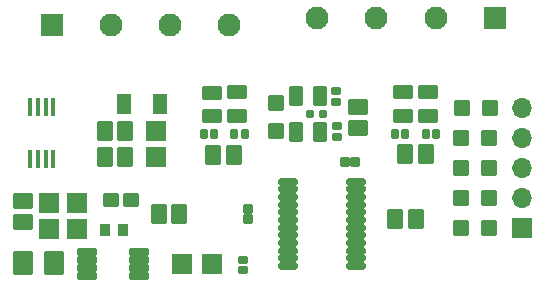
<source format=gbr>
%TF.GenerationSoftware,KiCad,Pcbnew,8.0.3*%
%TF.CreationDate,2024-08-07T15:39:49+03:00*%
%TF.ProjectId,Thermometer Schematic,54686572-6d6f-46d6-9574-657220536368,rev?*%
%TF.SameCoordinates,Original*%
%TF.FileFunction,Soldermask,Top*%
%TF.FilePolarity,Negative*%
%FSLAX46Y46*%
G04 Gerber Fmt 4.6, Leading zero omitted, Abs format (unit mm)*
G04 Created by KiCad (PCBNEW 8.0.3) date 2024-08-07 15:39:49*
%MOMM*%
%LPD*%
G01*
G04 APERTURE LIST*
G04 Aperture macros list*
%AMRoundRect*
0 Rectangle with rounded corners*
0 $1 Rounding radius*
0 $2 $3 $4 $5 $6 $7 $8 $9 X,Y pos of 4 corners*
0 Add a 4 corners polygon primitive as box body*
4,1,4,$2,$3,$4,$5,$6,$7,$8,$9,$2,$3,0*
0 Add four circle primitives for the rounded corners*
1,1,$1+$1,$2,$3*
1,1,$1+$1,$4,$5*
1,1,$1+$1,$6,$7*
1,1,$1+$1,$8,$9*
0 Add four rect primitives between the rounded corners*
20,1,$1+$1,$2,$3,$4,$5,0*
20,1,$1+$1,$4,$5,$6,$7,0*
20,1,$1+$1,$6,$7,$8,$9,0*
20,1,$1+$1,$8,$9,$2,$3,0*%
G04 Aperture macros list end*
%ADD10RoundRect,0.102000X0.280000X0.300000X-0.280000X0.300000X-0.280000X-0.300000X0.280000X-0.300000X0*%
%ADD11RoundRect,0.102000X0.762000X-0.762000X0.762000X0.762000X-0.762000X0.762000X-0.762000X-0.762000X0*%
%ADD12RoundRect,0.102000X0.762000X0.748500X-0.762000X0.748500X-0.762000X-0.748500X0.762000X-0.748500X0*%
%ADD13RoundRect,0.153500X-0.693500X-0.153500X0.693500X-0.153500X0.693500X0.153500X-0.693500X0.153500X0*%
%ADD14RoundRect,0.153500X0.693500X0.153500X-0.693500X0.153500X-0.693500X-0.153500X0.693500X-0.153500X0*%
%ADD15RoundRect,0.102000X-0.270000X-0.300000X0.270000X-0.300000X0.270000X0.300000X-0.270000X0.300000X0*%
%ADD16RoundRect,0.102000X0.575000X0.575000X-0.575000X0.575000X-0.575000X-0.575000X0.575000X-0.575000X0*%
%ADD17R,1.700000X1.700000*%
%ADD18RoundRect,0.102000X-0.300000X0.270000X-0.300000X-0.270000X0.300000X-0.270000X0.300000X0.270000X0*%
%ADD19RoundRect,0.102000X-0.710000X0.460000X-0.710000X-0.460000X0.710000X-0.460000X0.710000X0.460000X0*%
%ADD20RoundRect,0.102000X0.300000X-0.270000X0.300000X0.270000X-0.300000X0.270000X-0.300000X-0.270000X0*%
%ADD21R,1.950000X1.950000*%
%ADD22C,1.950000*%
%ADD23R,0.431800X1.498600*%
%ADD24RoundRect,0.102000X-0.237500X-0.250000X0.237500X-0.250000X0.237500X0.250000X-0.237500X0.250000X0*%
%ADD25RoundRect,0.102000X-0.735000X0.580000X-0.735000X-0.580000X0.735000X-0.580000X0.735000X0.580000X0*%
%ADD26RoundRect,0.102000X0.580000X0.735000X-0.580000X0.735000X-0.580000X-0.735000X0.580000X-0.735000X0*%
%ADD27RoundRect,0.102000X-0.300000X0.280000X-0.300000X-0.280000X0.300000X-0.280000X0.300000X0.280000X0*%
%ADD28RoundRect,0.102000X0.270000X0.300000X-0.270000X0.300000X-0.270000X-0.300000X0.270000X-0.300000X0*%
%ADD29RoundRect,0.102000X0.575000X-0.575000X0.575000X0.575000X-0.575000X0.575000X-0.575000X-0.575000X0*%
%ADD30RoundRect,0.102000X0.550000X0.500000X-0.550000X0.500000X-0.550000X-0.500000X0.550000X-0.500000X0*%
%ADD31RoundRect,0.102000X-0.460000X-0.710000X0.460000X-0.710000X0.460000X0.710000X-0.460000X0.710000X0*%
%ADD32R,1.150000X1.800000*%
%ADD33RoundRect,0.102000X0.720000X0.910000X-0.720000X0.910000X-0.720000X-0.910000X0.720000X-0.910000X0*%
%ADD34O,1.700000X1.700000*%
%ADD35RoundRect,0.102000X-0.749300X-0.203050X0.749300X-0.203050X0.749300X0.203050X-0.749300X0.203050X0*%
%ADD36RoundRect,0.102000X-0.749300X-0.200000X0.749300X-0.200000X0.749300X0.200000X-0.749300X0.200000X0*%
%ADD37RoundRect,0.102000X-0.749300X-0.205350X0.749300X-0.205350X0.749300X0.205350X-0.749300X0.205350X0*%
%ADD38R,0.850000X1.000000*%
%ADD39RoundRect,0.102000X-0.580000X-0.735000X0.580000X-0.735000X0.580000X0.735000X-0.580000X0.735000X0*%
G04 APERTURE END LIST*
D10*
%TO.C,R12*%
X108620000Y-95080000D03*
X107750000Y-95080000D03*
%TD*%
D11*
%TO.C,C4*%
X85110000Y-100799800D03*
D12*
X85110000Y-98590000D03*
%TD*%
D13*
%TO.C,U1*%
X102930000Y-96780000D03*
X102930000Y-97430000D03*
X102930000Y-98080000D03*
X102930000Y-98730000D03*
X102930000Y-99380000D03*
X102930000Y-100030000D03*
X102930000Y-100680000D03*
X102930000Y-101330000D03*
X102930000Y-101980000D03*
X102930000Y-102630000D03*
X102930000Y-103280000D03*
X102930000Y-103930000D03*
D14*
X108670000Y-103930000D03*
X108670000Y-103280000D03*
X108670000Y-102630000D03*
X108670000Y-101980000D03*
X108670000Y-101330000D03*
X108670000Y-100680000D03*
X108670000Y-100030000D03*
X108670000Y-99380000D03*
X108670000Y-98730000D03*
X108670000Y-98080000D03*
X108670000Y-97430000D03*
X108670000Y-96780000D03*
%TD*%
D15*
%TO.C,C14*%
X111991400Y-92749400D03*
X112855400Y-92749400D03*
%TD*%
D11*
%TO.C,C3*%
X91760000Y-94709800D03*
D12*
X91760000Y-92500000D03*
%TD*%
D16*
%TO.C,R18*%
X120000000Y-90530000D03*
X117650000Y-90530000D03*
%TD*%
D17*
%TO.C,J5*%
X93980000Y-103718000D03*
%TD*%
D18*
%TO.C,R15*%
X99088000Y-103400000D03*
X99088000Y-104264000D03*
%TD*%
D19*
%TO.C,R17*%
X112658800Y-89200000D03*
X112658800Y-91200000D03*
%TD*%
D15*
%TO.C,C11*%
X95800600Y-92764800D03*
X96664600Y-92764800D03*
%TD*%
D20*
%TO.C,C19*%
X107050000Y-92980000D03*
X107050000Y-92116000D03*
%TD*%
D11*
%TO.C,C7*%
X82720000Y-100790000D03*
D12*
X82720000Y-98580200D03*
%TD*%
D21*
%TO.C,J4*%
X120421400Y-82931000D03*
D22*
X115421400Y-82931000D03*
X110421400Y-82931000D03*
X105421400Y-82931000D03*
%TD*%
D23*
%TO.C,IC1*%
X83040000Y-90491200D03*
X82405000Y-90491200D03*
X81744600Y-90491200D03*
X81109600Y-90491200D03*
X81109600Y-94860000D03*
X81744600Y-94860000D03*
X82405000Y-94860000D03*
X83040000Y-94860000D03*
%TD*%
D24*
%TO.C,R10*%
X104832200Y-91049200D03*
X105856200Y-91049200D03*
%TD*%
D21*
%TO.C,J3*%
X82934800Y-83515200D03*
D22*
X87934800Y-83515200D03*
X92934800Y-83515200D03*
X97934800Y-83515200D03*
%TD*%
D16*
%TO.C,R7*%
X119950000Y-93090000D03*
X117600000Y-93090000D03*
%TD*%
D19*
%TO.C,R3*%
X98580000Y-89220000D03*
X98580000Y-91220000D03*
%TD*%
D25*
%TO.C,C8*%
X80484400Y-98420300D03*
X80484400Y-100180300D03*
%TD*%
D26*
%TO.C,C9*%
X113750000Y-99940000D03*
X111990000Y-99940000D03*
%TD*%
D27*
%TO.C,R11*%
X99550000Y-99115000D03*
X99550000Y-99985000D03*
%TD*%
D28*
%TO.C,C15*%
X115446600Y-92731400D03*
X114582600Y-92731400D03*
%TD*%
D29*
%TO.C,R9*%
X101919200Y-92478200D03*
X101919200Y-90128200D03*
%TD*%
D16*
%TO.C,R14*%
X119960000Y-100720000D03*
X117610000Y-100720000D03*
%TD*%
D30*
%TO.C,R1*%
X89670000Y-98370000D03*
X87970000Y-98370000D03*
%TD*%
D31*
%TO.C,R6*%
X103627600Y-92573200D03*
X105627600Y-92573200D03*
%TD*%
D26*
%TO.C,C5*%
X89160000Y-92460000D03*
X87400000Y-92460000D03*
%TD*%
D19*
%TO.C,R4*%
X96474400Y-89239800D03*
X96474400Y-91239800D03*
%TD*%
D32*
%TO.C,C6*%
X92060000Y-90250000D03*
X89060000Y-90250000D03*
%TD*%
D33*
%TO.C,C2*%
X83150000Y-103710000D03*
X80478000Y-103710000D03*
%TD*%
D31*
%TO.C,R5*%
X103627600Y-89550600D03*
X105627600Y-89550600D03*
%TD*%
D26*
%TO.C,C12*%
X98319200Y-94497600D03*
X96559200Y-94497600D03*
%TD*%
D16*
%TO.C,R13*%
X119950000Y-98170000D03*
X117600000Y-98170000D03*
%TD*%
D17*
%TO.C,J6*%
X96520000Y-103718000D03*
%TD*%
D19*
%TO.C,R19*%
X114760000Y-89200000D03*
X114760000Y-91200000D03*
%TD*%
D17*
%TO.C,J2*%
X122720000Y-100710000D03*
D34*
X122720000Y-98170000D03*
X122720000Y-95630000D03*
X122720000Y-93090000D03*
X122720000Y-90550000D03*
%TD*%
D16*
%TO.C,R8*%
X119960000Y-95640000D03*
X117610000Y-95640000D03*
%TD*%
D28*
%TO.C,C10*%
X99255600Y-92770000D03*
X98391600Y-92770000D03*
%TD*%
D26*
%TO.C,C13*%
X93730000Y-99500000D03*
X91970000Y-99500000D03*
%TD*%
D35*
%TO.C,U2*%
X85935600Y-102781950D03*
D36*
X85935600Y-103435000D03*
X85935600Y-104085000D03*
D35*
X85935600Y-104738050D03*
X90304400Y-104738050D03*
D36*
X90304400Y-104085000D03*
D37*
X90304400Y-103440350D03*
D35*
X90304400Y-102781950D03*
%TD*%
D18*
%TO.C,C17*%
X107024600Y-89144200D03*
X107024600Y-90008200D03*
%TD*%
D38*
%TO.C,R2*%
X88950000Y-100860000D03*
X87450000Y-100860000D03*
%TD*%
D26*
%TO.C,C1*%
X89160000Y-94730000D03*
X87400000Y-94730000D03*
%TD*%
D25*
%TO.C,C18*%
X108840000Y-90450000D03*
X108840000Y-92210000D03*
%TD*%
D39*
%TO.C,C16*%
X112843000Y-94484000D03*
X114603000Y-94484000D03*
%TD*%
M02*

</source>
